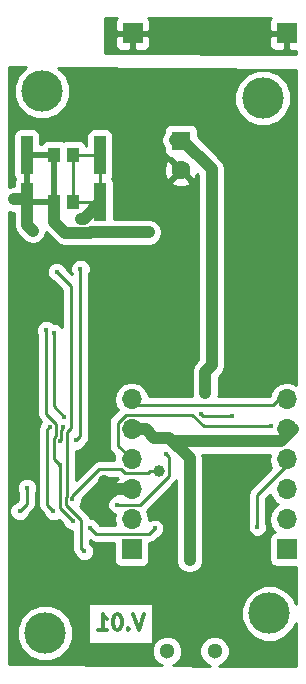
<source format=gbl>
%TF.GenerationSoftware,KiCad,Pcbnew,4.0.7*%
%TF.CreationDate,2017-11-15T19:14:24+08:00*%
%TF.ProjectId,nixie_tube,6E697869655F747562652E6B69636164,rev?*%
%TF.FileFunction,Copper,L2,Bot,Signal*%
%FSLAX46Y46*%
G04 Gerber Fmt 4.6, Leading zero omitted, Abs format (unit mm)*
G04 Created by KiCad (PCBNEW 4.0.7) date 11/15/17 19:14:24*
%MOMM*%
%LPD*%
G01*
G04 APERTURE LIST*
%ADD10C,0.100000*%
%ADD11C,0.300000*%
%ADD12R,1.000000X3.200000*%
%ADD13R,1.000000X1.300000*%
%ADD14C,3.500000*%
%ADD15R,1.600000X1.600000*%
%ADD16C,1.600000*%
%ADD17R,1.700000X1.700000*%
%ADD18O,1.700000X1.700000*%
%ADD19C,1.300000*%
%ADD20C,0.453000*%
%ADD21C,0.600000*%
%ADD22C,0.400000*%
%ADD23C,1.000000*%
%ADD24C,0.250000*%
%ADD25C,1.000000*%
%ADD26C,0.500000*%
%ADD27C,0.254000*%
G04 APERTURE END LIST*
D10*
D11*
X8630952Y-44338095D02*
X8197619Y-45638095D01*
X7764286Y-44338095D01*
X7330952Y-45514286D02*
X7269047Y-45576190D01*
X7330952Y-45638095D01*
X7392857Y-45576190D01*
X7330952Y-45514286D01*
X7330952Y-45638095D01*
X6464285Y-44338095D02*
X6340476Y-44338095D01*
X6216666Y-44400000D01*
X6154761Y-44461905D01*
X6092857Y-44585714D01*
X6030952Y-44833333D01*
X6030952Y-45142857D01*
X6092857Y-45390476D01*
X6154761Y-45514286D01*
X6216666Y-45576190D01*
X6340476Y-45638095D01*
X6464285Y-45638095D01*
X6588095Y-45576190D01*
X6649999Y-45514286D01*
X6711904Y-45390476D01*
X6773809Y-45142857D01*
X6773809Y-44833333D01*
X6711904Y-44585714D01*
X6649999Y-44461905D01*
X6588095Y-44400000D01*
X6464285Y-44338095D01*
X4792857Y-45638095D02*
X5535714Y-45638095D01*
X5164285Y-45638095D02*
X5164285Y-44338095D01*
X5288095Y-44523810D01*
X5411904Y-44647619D01*
X5535714Y-44709524D01*
D12*
X-1280000Y-5450000D03*
X4920000Y-5450000D03*
D13*
X1020000Y-5450000D03*
X2620000Y-5450000D03*
D12*
X-1230000Y-9470000D03*
X4970000Y-9470000D03*
D13*
X1070000Y-9470000D03*
X2670000Y-9470000D03*
D14*
X19280000Y-44270000D03*
X300000Y-45950000D03*
X18700000Y-650000D03*
X0Y-50000D03*
D15*
X11760000Y-4245000D03*
D16*
X11760000Y-6745000D03*
D17*
X7600000Y-38850000D03*
D18*
X7600000Y-36310000D03*
X7600000Y-33770000D03*
X7600000Y-31230000D03*
X7600000Y-28690000D03*
X7600000Y-26150000D03*
D17*
X20750000Y-38850000D03*
D18*
X20750000Y-36310000D03*
X20750000Y-33770000D03*
X20750000Y-31230000D03*
X20750000Y-28690000D03*
X20750000Y-26150000D03*
D19*
X10630000Y-47460000D03*
X14630000Y-47460000D03*
D17*
X7700000Y4850000D03*
X20750000Y4850000D03*
D20*
X661160Y-28453465D03*
X1895441Y-27615377D03*
X995547Y-20525488D03*
X995138Y-35614853D03*
D21*
X5297836Y-33061278D03*
D20*
X2922330Y-29627016D03*
X3280000Y-15100000D03*
X-1880000Y-35610000D03*
X-1250000Y-33650000D03*
D22*
X2600000Y-34600000D03*
X18375000Y4050000D03*
X17125000Y4850000D03*
X17850000Y4850000D03*
X18700000Y4850000D03*
X12425000Y4850000D03*
X11390000Y4850000D03*
X10725000Y4185000D03*
X10220000Y3680000D03*
D23*
X9910000Y-32240000D03*
X13841464Y-23798536D03*
X13850000Y-25600000D03*
D20*
X2645754Y-36425707D03*
X1548490Y-31720000D03*
X390509Y-20279849D03*
X13498490Y-27410000D03*
X16073491Y-27528490D03*
X6410000Y-35060000D03*
D22*
X10485974Y-30800000D03*
D20*
X1548490Y-29711611D03*
X1796095Y-28467853D03*
D22*
X4075010Y-36996613D03*
D20*
X19425000Y-28400000D03*
D22*
X18260000Y-36940000D03*
X9550000Y-37070000D03*
X-2375000Y-9200000D03*
D21*
X9080000Y-12000000D03*
X-770000Y-11860000D03*
D22*
X12530000Y-37900000D03*
D23*
X12530000Y-39750000D03*
D22*
X3592254Y-39015221D03*
X1250000Y-15350000D03*
D20*
X3300000Y-10860000D03*
D24*
X434661Y-28679964D02*
X661160Y-28453465D01*
X434661Y-35054376D02*
X434661Y-28679964D01*
X995138Y-35614853D02*
X434661Y-35054376D01*
X995547Y-26715483D02*
X1895441Y-27615377D01*
X995547Y-20525488D02*
X995547Y-26715483D01*
D25*
X7600000Y-33770000D02*
X6006558Y-33770000D01*
X6006558Y-33770000D02*
X5297836Y-33061278D01*
D24*
X3280000Y-29269346D02*
X2922330Y-29627016D01*
X3280000Y-15100000D02*
X3280000Y-29269346D01*
X-1250000Y-34980000D02*
X-1880000Y-35610000D01*
X-1250000Y-33650000D02*
X-1250000Y-34980000D01*
X2600000Y-34317158D02*
X2600000Y-34600000D01*
X4867158Y-32050000D02*
X2600000Y-34317158D01*
X6680998Y-32050000D02*
X4867158Y-32050000D01*
X7035999Y-32405001D02*
X6680998Y-32050000D01*
X9910000Y-32240000D02*
X9202894Y-32240000D01*
X9202894Y-32240000D02*
X9037893Y-32405001D01*
X9037893Y-32405001D02*
X7035999Y-32405001D01*
X18700000Y4850000D02*
X18700000Y4375000D01*
X18700000Y4375000D02*
X18375000Y4050000D01*
D25*
X11250000Y-4175000D02*
X11905000Y-4175000D01*
X11905000Y-4175000D02*
X14400000Y-6670000D01*
X14400000Y-6670000D02*
X14400000Y-23240000D01*
X14400000Y-23240000D02*
X13841464Y-23798536D01*
X13850000Y-25600000D02*
X13850000Y-23807072D01*
X13850000Y-23807072D02*
X13841464Y-23798536D01*
D24*
X1548490Y-35328443D02*
X2419255Y-36199208D01*
X1548490Y-31720000D02*
X1548490Y-35328443D01*
X2419255Y-36199208D02*
X2645754Y-36425707D01*
X1199978Y-29243899D02*
X996988Y-29446889D01*
X1199978Y-28571102D02*
X1199978Y-29243899D01*
X1244593Y-28526487D02*
X1199978Y-28571102D01*
X1244593Y-28217688D02*
X1244593Y-28526487D01*
X390509Y-20279849D02*
X390509Y-27363604D01*
X996988Y-31168498D02*
X1548490Y-31720000D01*
X996988Y-29446889D02*
X996988Y-31168498D01*
X390509Y-27363604D02*
X1244593Y-28217688D01*
X16073491Y-27528490D02*
X13616980Y-27528490D01*
X13616980Y-27528490D02*
X13498490Y-27410000D01*
X8311002Y-35060000D02*
X6410000Y-35060000D01*
X10735001Y-32636001D02*
X8311002Y-35060000D01*
X10735001Y-31049027D02*
X10735001Y-32636001D01*
X10485974Y-30800000D02*
X10735001Y-31049027D01*
X1796095Y-28467853D02*
X1796095Y-28611396D01*
X1649989Y-29610112D02*
X1548490Y-29711611D01*
X1649989Y-28757502D02*
X1649989Y-29610112D01*
X1796095Y-28611396D02*
X1649989Y-28757502D01*
X4588396Y-37509999D02*
X4075010Y-36996613D01*
X9550000Y-37070000D02*
X9110001Y-37509999D01*
X9110001Y-37509999D02*
X4588396Y-37509999D01*
X7600000Y-31230000D02*
X6424999Y-30054999D01*
X13697268Y-28400000D02*
X19425000Y-28400000D01*
X7110998Y-27440000D02*
X12737268Y-27440000D01*
X6424999Y-30054999D02*
X6424999Y-28125999D01*
X6424999Y-28125999D02*
X7110998Y-27440000D01*
X12737268Y-27440000D02*
X13697268Y-28400000D01*
X18260000Y-34220000D02*
X18260000Y-36940000D01*
X21250000Y-31230000D02*
X18260000Y-34220000D01*
D25*
X-1500000Y-9200000D02*
X-2375000Y-9200000D01*
X-1230000Y-9470000D02*
X-1500000Y-9200000D01*
X-1230000Y-9470000D02*
X-1230000Y-11400000D01*
X-1230000Y-11400000D02*
X-770000Y-11860000D01*
X1070000Y-9470000D02*
X1070000Y-11120000D01*
X1070000Y-11120000D02*
X2010010Y-12060010D01*
X2010010Y-12060010D02*
X4077060Y-12060010D01*
X4077060Y-12060010D02*
X4137070Y-12000000D01*
X4137070Y-12000000D02*
X9080000Y-12000000D01*
D26*
X-1260000Y-9500000D02*
X-1230000Y-9470000D01*
X1020000Y-5450000D02*
X1020000Y-9420000D01*
X1020000Y-9420000D02*
X1070000Y-9470000D01*
X-1280000Y-5450000D02*
X-1280000Y-9420000D01*
X-1280000Y-9420000D02*
X-1230000Y-9470000D01*
X1070000Y-9470000D02*
X-1230000Y-9470000D01*
X1020000Y-5450000D02*
X-1280000Y-5450000D01*
D25*
X12530000Y-39750000D02*
X12530000Y-37900000D01*
X12530000Y-37900000D02*
X12530000Y-31135134D01*
X20236896Y-29703104D02*
X21250000Y-28690000D01*
X11097970Y-29703104D02*
X20236896Y-29703104D01*
X10780000Y-29385134D02*
X11097970Y-29703104D01*
X12530000Y-31135134D02*
X10780000Y-29385134D01*
X9497215Y-29385134D02*
X10780000Y-29385134D01*
X8802081Y-28690000D02*
X9497215Y-29385134D01*
X7600000Y-28690000D02*
X8802081Y-28690000D01*
D24*
X8193427Y-26643427D02*
X19554492Y-26643427D01*
X7700000Y-26150000D02*
X8193427Y-26643427D01*
X20047919Y-26150000D02*
X21250000Y-26150000D01*
X19554492Y-26643427D02*
X20047919Y-26150000D01*
X3392255Y-38815222D02*
X3592254Y-39015221D01*
X3358329Y-38781296D02*
X3392255Y-38815222D01*
X2074998Y-34397998D02*
X2074998Y-35074998D01*
X2100000Y-34372996D02*
X2074998Y-34397998D01*
X2446951Y-28596951D02*
X2100000Y-28943902D01*
X2074998Y-35074998D02*
X3358329Y-36358329D01*
X1250000Y-15350000D02*
X2446951Y-16546951D01*
X2100000Y-28943902D02*
X2100000Y-34372996D01*
X3358329Y-36358329D02*
X3358329Y-38781296D01*
X2446951Y-16546951D02*
X2446951Y-28596951D01*
D25*
X3300000Y-10860000D02*
X3580000Y-10860000D01*
X3580000Y-10860000D02*
X4970000Y-9470000D01*
D24*
X2620000Y-5450000D02*
X2620000Y-9420000D01*
X2620000Y-9420000D02*
X2670000Y-9470000D01*
X4920000Y-5450000D02*
X4920000Y-9420000D01*
X4920000Y-9420000D02*
X4970000Y-9470000D01*
X2620000Y-5450000D02*
X4920000Y-5450000D01*
X2670000Y-9470000D02*
X4970000Y-9470000D01*
D27*
G36*
X-1368406Y1953941D02*
X-2020726Y1302758D01*
X-2384585Y426487D01*
X-2385413Y-522325D01*
X-2023084Y-1399229D01*
X-1352758Y-2070726D01*
X-476487Y-2434585D01*
X472325Y-2435413D01*
X1349229Y-2073084D01*
X2020726Y-1402758D01*
X2137171Y-1122325D01*
X16314587Y-1122325D01*
X16676916Y-1999229D01*
X17347242Y-2670726D01*
X18223513Y-3034585D01*
X19172325Y-3035413D01*
X20049229Y-2673084D01*
X20720726Y-2002758D01*
X21084585Y-1126487D01*
X21085413Y-177675D01*
X20723084Y699229D01*
X20052758Y1370726D01*
X19176487Y1734585D01*
X18227675Y1735413D01*
X17350771Y1373084D01*
X16679274Y702758D01*
X16315415Y-173513D01*
X16314587Y-1122325D01*
X2137171Y-1122325D01*
X2384585Y-526487D01*
X2385413Y422325D01*
X2023084Y1299229D01*
X1396049Y1927359D01*
X21540000Y1733667D01*
X21540000Y-24906745D01*
X21347378Y-24778039D01*
X20779093Y-24665000D01*
X20720907Y-24665000D01*
X20152622Y-24778039D01*
X19670853Y-25099946D01*
X19348946Y-25581715D01*
X19301159Y-25821958D01*
X19239690Y-25883427D01*
X14961271Y-25883427D01*
X14984803Y-25826756D01*
X14985197Y-25375225D01*
X14985000Y-25374748D01*
X14985000Y-24260132D01*
X15202566Y-24042566D01*
X15359918Y-23807072D01*
X15448603Y-23674346D01*
X15535000Y-23240000D01*
X15535000Y-6670000D01*
X15448603Y-6235654D01*
X15202566Y-5867434D01*
X13207440Y-3872308D01*
X13207440Y-3445000D01*
X13163162Y-3209683D01*
X13024090Y-2993559D01*
X12811890Y-2848569D01*
X12560000Y-2797560D01*
X10960000Y-2797560D01*
X10724683Y-2841838D01*
X10508559Y-2980910D01*
X10363569Y-3193110D01*
X10312560Y-3445000D01*
X10312560Y-3574287D01*
X10201397Y-3740654D01*
X10115000Y-4175000D01*
X10201397Y-4609346D01*
X10312560Y-4775713D01*
X10312560Y-5045000D01*
X10356838Y-5280317D01*
X10495910Y-5496441D01*
X10708110Y-5641431D01*
X10946201Y-5689646D01*
X10931861Y-5737255D01*
X11760000Y-6565395D01*
X11774142Y-6551252D01*
X11953748Y-6730858D01*
X11939605Y-6745000D01*
X12767745Y-7573139D01*
X13013864Y-7499005D01*
X13175152Y-7050284D01*
X13265000Y-7140132D01*
X13265000Y-22769868D01*
X13039312Y-22995556D01*
X12879819Y-23154771D01*
X12706661Y-23571780D01*
X12706267Y-24023311D01*
X12715000Y-24044446D01*
X12715000Y-25599010D01*
X12714803Y-25824775D01*
X12739038Y-25883427D01*
X9061068Y-25883427D01*
X9001054Y-25581715D01*
X8679147Y-25099946D01*
X8197378Y-24778039D01*
X7629093Y-24665000D01*
X7570907Y-24665000D01*
X7002622Y-24778039D01*
X6520853Y-25099946D01*
X6198946Y-25581715D01*
X6085907Y-26150000D01*
X6198946Y-26718285D01*
X6422836Y-27053360D01*
X5887598Y-27588598D01*
X5722851Y-27835160D01*
X5664999Y-28125999D01*
X5664999Y-30054999D01*
X5722851Y-30345838D01*
X5887598Y-30592400D01*
X6158790Y-30863592D01*
X6085907Y-31230000D01*
X6097842Y-31290000D01*
X4867158Y-31290000D01*
X4576319Y-31347852D01*
X4329757Y-31512599D01*
X2860000Y-32982356D01*
X2860000Y-30488462D01*
X3092941Y-30488665D01*
X3409693Y-30357786D01*
X3652248Y-30115654D01*
X3754327Y-29869821D01*
X3817401Y-29806747D01*
X3982148Y-29560185D01*
X4040000Y-29269346D01*
X4040000Y-15516193D01*
X4141350Y-15272115D01*
X4141649Y-14929389D01*
X4010770Y-14612637D01*
X3768638Y-14370082D01*
X3452115Y-14238650D01*
X3109389Y-14238351D01*
X2792637Y-14369230D01*
X2550082Y-14611362D01*
X2418650Y-14927885D01*
X2418351Y-15270611D01*
X2520000Y-15516621D01*
X2520000Y-15545198D01*
X2032832Y-15058030D01*
X1958292Y-14877628D01*
X1723607Y-14642534D01*
X1416821Y-14515145D01*
X1084637Y-14514855D01*
X777628Y-14641708D01*
X542534Y-14876393D01*
X415145Y-15183179D01*
X414855Y-15515363D01*
X541708Y-15822372D01*
X776393Y-16057466D01*
X958127Y-16132929D01*
X1686951Y-16861753D01*
X1686951Y-19998690D01*
X1484185Y-19795570D01*
X1167662Y-19664138D01*
X993003Y-19663986D01*
X879147Y-19549931D01*
X562624Y-19418499D01*
X219898Y-19418200D01*
X-96854Y-19549079D01*
X-339409Y-19791211D01*
X-470841Y-20107734D01*
X-471140Y-20450460D01*
X-369491Y-20696470D01*
X-369491Y-27363604D01*
X-311639Y-27654443D01*
X-146892Y-27901005D01*
X-72957Y-27974940D01*
X-200190Y-28281350D01*
X-200196Y-28288417D01*
X-267487Y-28389125D01*
X-325339Y-28679964D01*
X-325339Y-35054376D01*
X-267487Y-35345215D01*
X-102740Y-35591777D01*
X163444Y-35857961D01*
X264368Y-36102216D01*
X506500Y-36344771D01*
X823023Y-36476203D01*
X1165749Y-36476502D01*
X1482501Y-36345623D01*
X1486688Y-36341443D01*
X1814060Y-36668815D01*
X1914984Y-36913070D01*
X2157116Y-37155625D01*
X2473639Y-37287057D01*
X2598329Y-37287166D01*
X2598329Y-38781296D01*
X2656181Y-39072135D01*
X2803235Y-39292217D01*
X2883962Y-39487593D01*
X3118647Y-39722687D01*
X3425433Y-39850076D01*
X3757617Y-39850366D01*
X4064626Y-39723513D01*
X4299720Y-39488828D01*
X4427109Y-39182042D01*
X4427399Y-38849858D01*
X4300546Y-38542849D01*
X4118329Y-38360314D01*
X4118329Y-38092391D01*
X4297556Y-38212147D01*
X4345810Y-38221745D01*
X4588396Y-38269999D01*
X6102560Y-38269999D01*
X6102560Y-39700000D01*
X6146838Y-39935317D01*
X6285910Y-40151441D01*
X6498110Y-40296431D01*
X6750000Y-40347440D01*
X8450000Y-40347440D01*
X8685317Y-40303162D01*
X8901441Y-40164090D01*
X9046431Y-39951890D01*
X9097440Y-39700000D01*
X9097440Y-38269999D01*
X9110001Y-38269999D01*
X9400840Y-38212147D01*
X9647402Y-38047400D01*
X9841970Y-37852832D01*
X10022372Y-37778292D01*
X10257466Y-37543607D01*
X10384855Y-37236821D01*
X10385145Y-36904637D01*
X10258292Y-36597628D01*
X10023607Y-36362534D01*
X9716821Y-36235145D01*
X9384637Y-36234855D01*
X9106152Y-36349922D01*
X9114093Y-36310000D01*
X9001054Y-35741715D01*
X8882107Y-35563697D01*
X11272402Y-33173402D01*
X11395000Y-32989921D01*
X11395000Y-39749010D01*
X11394803Y-39974775D01*
X11567233Y-40392086D01*
X11886235Y-40711645D01*
X12303244Y-40884803D01*
X12754775Y-40885197D01*
X13172086Y-40712767D01*
X13491645Y-40393765D01*
X13664803Y-39976756D01*
X13665197Y-39525225D01*
X13665000Y-39524748D01*
X13665000Y-31135134D01*
X13605917Y-30838104D01*
X19313860Y-30838104D01*
X19235907Y-31230000D01*
X19348946Y-31798285D01*
X19452273Y-31952925D01*
X17722599Y-33682599D01*
X17557852Y-33929161D01*
X17500000Y-34220000D01*
X17500000Y-36592909D01*
X17425145Y-36773179D01*
X17424855Y-37105363D01*
X17551708Y-37412372D01*
X17786393Y-37647466D01*
X18093179Y-37774855D01*
X18425363Y-37775145D01*
X18732372Y-37648292D01*
X18967466Y-37413607D01*
X19094855Y-37106821D01*
X19095145Y-36774637D01*
X19020000Y-36592771D01*
X19020000Y-34534802D01*
X19343490Y-34211312D01*
X19478355Y-34536924D01*
X19868642Y-34965183D01*
X20011553Y-35032298D01*
X19670853Y-35259946D01*
X19348946Y-35741715D01*
X19235907Y-36310000D01*
X19348946Y-36878285D01*
X19670853Y-37360054D01*
X19712452Y-37387850D01*
X19664683Y-37396838D01*
X19448559Y-37535910D01*
X19303569Y-37748110D01*
X19252560Y-38000000D01*
X19252560Y-39700000D01*
X19296838Y-39935317D01*
X19435910Y-40151441D01*
X19648110Y-40296431D01*
X19900000Y-40347440D01*
X21540000Y-40347440D01*
X21540000Y-43494152D01*
X21303084Y-42920771D01*
X20632758Y-42249274D01*
X19756487Y-41885415D01*
X18807675Y-41884587D01*
X17930771Y-42246916D01*
X17259274Y-42917242D01*
X16895415Y-43793513D01*
X16894587Y-44742325D01*
X17256916Y-45619229D01*
X17927242Y-46290726D01*
X18803513Y-46654585D01*
X19752325Y-46655413D01*
X20629229Y-46293084D01*
X21300726Y-45622758D01*
X21540000Y-45046521D01*
X21540000Y-48740000D01*
X21092874Y-48740000D01*
X15009216Y-48693684D01*
X15356943Y-48550005D01*
X15718735Y-48188845D01*
X15914777Y-47716724D01*
X15915223Y-47205519D01*
X15720005Y-46733057D01*
X15358845Y-46371265D01*
X14886724Y-46175223D01*
X14375519Y-46174777D01*
X13903057Y-46369995D01*
X13541265Y-46731155D01*
X13345223Y-47203276D01*
X13344777Y-47714481D01*
X13539995Y-48186943D01*
X13901155Y-48548735D01*
X14236054Y-48687797D01*
X11081584Y-48663782D01*
X11356943Y-48550005D01*
X11718735Y-48188845D01*
X11914777Y-47716724D01*
X11915223Y-47205519D01*
X11720005Y-46733057D01*
X11358845Y-46371265D01*
X10886724Y-46175223D01*
X10375519Y-46174777D01*
X9903057Y-46369995D01*
X9541265Y-46731155D01*
X9345223Y-47203276D01*
X9344777Y-47714481D01*
X9539995Y-48186943D01*
X9901155Y-48548735D01*
X10161346Y-48656776D01*
X-2790000Y-48558174D01*
X-2790000Y-46422325D01*
X-2085413Y-46422325D01*
X-1723084Y-47299229D01*
X-1052758Y-47970726D01*
X-176487Y-48334585D01*
X772325Y-48335413D01*
X1649229Y-47973084D01*
X2320726Y-47302758D01*
X2684585Y-46426487D01*
X2685413Y-45477675D01*
X2323084Y-44600771D01*
X1652758Y-43929274D01*
X776487Y-43565415D01*
X-172325Y-43564587D01*
X-1049229Y-43926916D01*
X-1720726Y-44597242D01*
X-2084585Y-45473513D01*
X-2085413Y-46422325D01*
X-2790000Y-46422325D01*
X-2790000Y-43355000D01*
X3910238Y-43355000D01*
X3910238Y-46875000D01*
X9389762Y-46875000D01*
X9389762Y-43355000D01*
X3910238Y-43355000D01*
X-2790000Y-43355000D01*
X-2790000Y-35780611D01*
X-2741649Y-35780611D01*
X-2610770Y-36097363D01*
X-2368638Y-36339918D01*
X-2052115Y-36471350D01*
X-1709389Y-36471649D01*
X-1392637Y-36340770D01*
X-1150082Y-36098638D01*
X-1048003Y-35852805D01*
X-712599Y-35517401D01*
X-547852Y-35270839D01*
X-490000Y-34980000D01*
X-490000Y-34066193D01*
X-388650Y-33822115D01*
X-388351Y-33479389D01*
X-519230Y-33162637D01*
X-761362Y-32920082D01*
X-1077885Y-32788650D01*
X-1420611Y-32788351D01*
X-1737363Y-32919230D01*
X-1979918Y-33161362D01*
X-2111350Y-33477885D01*
X-2111649Y-33820611D01*
X-2010000Y-34066621D01*
X-2010000Y-34665198D01*
X-2123108Y-34778306D01*
X-2367363Y-34879230D01*
X-2609918Y-35121362D01*
X-2741350Y-35437885D01*
X-2741649Y-35780611D01*
X-2790000Y-35780611D01*
X-2790000Y-10252451D01*
X-2377440Y-10334515D01*
X-2377440Y-11070000D01*
X-2365000Y-11136113D01*
X-2365000Y-11400000D01*
X-2278603Y-11834346D01*
X-2136646Y-12046799D01*
X-2032566Y-12202566D01*
X-1572566Y-12662566D01*
X-1204345Y-12908603D01*
X-770000Y-12995000D01*
X-335655Y-12908603D01*
X32566Y-12662566D01*
X278603Y-12294345D01*
X338432Y-11993564D01*
X1207444Y-12862576D01*
X1575664Y-13108613D01*
X2010010Y-13195010D01*
X4077060Y-13195010D01*
X4378750Y-13135000D01*
X9080000Y-13135000D01*
X9514346Y-13048603D01*
X9882566Y-12802566D01*
X10128603Y-12434346D01*
X10215000Y-12000000D01*
X10128603Y-11565654D01*
X9882566Y-11197434D01*
X9514346Y-10951397D01*
X9080000Y-10865000D01*
X6117440Y-10865000D01*
X6117440Y-7870000D01*
X6095377Y-7752745D01*
X10931861Y-7752745D01*
X11005995Y-7998864D01*
X11543223Y-8191965D01*
X12113454Y-8164778D01*
X12514005Y-7998864D01*
X12588139Y-7752745D01*
X11760000Y-6924605D01*
X10931861Y-7752745D01*
X6095377Y-7752745D01*
X6073162Y-7634683D01*
X5935363Y-7420537D01*
X6016431Y-7301890D01*
X6067440Y-7050000D01*
X6067440Y-6528223D01*
X10313035Y-6528223D01*
X10340222Y-7098454D01*
X10506136Y-7499005D01*
X10752255Y-7573139D01*
X11580395Y-6745000D01*
X10752255Y-5916861D01*
X10506136Y-5990995D01*
X10313035Y-6528223D01*
X6067440Y-6528223D01*
X6067440Y-3850000D01*
X6023162Y-3614683D01*
X5884090Y-3398559D01*
X5671890Y-3253569D01*
X5420000Y-3202560D01*
X4420000Y-3202560D01*
X4184683Y-3246838D01*
X3968559Y-3385910D01*
X3823569Y-3598110D01*
X3772560Y-3850000D01*
X3772560Y-4690000D01*
X3746742Y-4690000D01*
X3723162Y-4564683D01*
X3584090Y-4348559D01*
X3371890Y-4203569D01*
X3120000Y-4152560D01*
X2120000Y-4152560D01*
X1884683Y-4196838D01*
X1821522Y-4237481D01*
X1771890Y-4203569D01*
X1520000Y-4152560D01*
X520000Y-4152560D01*
X284683Y-4196838D01*
X68559Y-4335910D01*
X-76431Y-4548110D01*
X-79851Y-4565000D01*
X-132560Y-4565000D01*
X-132560Y-3850000D01*
X-176838Y-3614683D01*
X-315910Y-3398559D01*
X-528110Y-3253569D01*
X-780000Y-3202560D01*
X-1780000Y-3202560D01*
X-2015317Y-3246838D01*
X-2231441Y-3385910D01*
X-2376431Y-3598110D01*
X-2427440Y-3850000D01*
X-2427440Y-7050000D01*
X-2383162Y-7285317D01*
X-2245363Y-7499463D01*
X-2326431Y-7618110D01*
X-2377440Y-7870000D01*
X-2377440Y-8065485D01*
X-2790000Y-8147549D01*
X-2790000Y1967610D01*
X-1368406Y1953941D01*
X-1368406Y1953941D01*
G37*
X-1368406Y1953941D02*
X-2020726Y1302758D01*
X-2384585Y426487D01*
X-2385413Y-522325D01*
X-2023084Y-1399229D01*
X-1352758Y-2070726D01*
X-476487Y-2434585D01*
X472325Y-2435413D01*
X1349229Y-2073084D01*
X2020726Y-1402758D01*
X2137171Y-1122325D01*
X16314587Y-1122325D01*
X16676916Y-1999229D01*
X17347242Y-2670726D01*
X18223513Y-3034585D01*
X19172325Y-3035413D01*
X20049229Y-2673084D01*
X20720726Y-2002758D01*
X21084585Y-1126487D01*
X21085413Y-177675D01*
X20723084Y699229D01*
X20052758Y1370726D01*
X19176487Y1734585D01*
X18227675Y1735413D01*
X17350771Y1373084D01*
X16679274Y702758D01*
X16315415Y-173513D01*
X16314587Y-1122325D01*
X2137171Y-1122325D01*
X2384585Y-526487D01*
X2385413Y422325D01*
X2023084Y1299229D01*
X1396049Y1927359D01*
X21540000Y1733667D01*
X21540000Y-24906745D01*
X21347378Y-24778039D01*
X20779093Y-24665000D01*
X20720907Y-24665000D01*
X20152622Y-24778039D01*
X19670853Y-25099946D01*
X19348946Y-25581715D01*
X19301159Y-25821958D01*
X19239690Y-25883427D01*
X14961271Y-25883427D01*
X14984803Y-25826756D01*
X14985197Y-25375225D01*
X14985000Y-25374748D01*
X14985000Y-24260132D01*
X15202566Y-24042566D01*
X15359918Y-23807072D01*
X15448603Y-23674346D01*
X15535000Y-23240000D01*
X15535000Y-6670000D01*
X15448603Y-6235654D01*
X15202566Y-5867434D01*
X13207440Y-3872308D01*
X13207440Y-3445000D01*
X13163162Y-3209683D01*
X13024090Y-2993559D01*
X12811890Y-2848569D01*
X12560000Y-2797560D01*
X10960000Y-2797560D01*
X10724683Y-2841838D01*
X10508559Y-2980910D01*
X10363569Y-3193110D01*
X10312560Y-3445000D01*
X10312560Y-3574287D01*
X10201397Y-3740654D01*
X10115000Y-4175000D01*
X10201397Y-4609346D01*
X10312560Y-4775713D01*
X10312560Y-5045000D01*
X10356838Y-5280317D01*
X10495910Y-5496441D01*
X10708110Y-5641431D01*
X10946201Y-5689646D01*
X10931861Y-5737255D01*
X11760000Y-6565395D01*
X11774142Y-6551252D01*
X11953748Y-6730858D01*
X11939605Y-6745000D01*
X12767745Y-7573139D01*
X13013864Y-7499005D01*
X13175152Y-7050284D01*
X13265000Y-7140132D01*
X13265000Y-22769868D01*
X13039312Y-22995556D01*
X12879819Y-23154771D01*
X12706661Y-23571780D01*
X12706267Y-24023311D01*
X12715000Y-24044446D01*
X12715000Y-25599010D01*
X12714803Y-25824775D01*
X12739038Y-25883427D01*
X9061068Y-25883427D01*
X9001054Y-25581715D01*
X8679147Y-25099946D01*
X8197378Y-24778039D01*
X7629093Y-24665000D01*
X7570907Y-24665000D01*
X7002622Y-24778039D01*
X6520853Y-25099946D01*
X6198946Y-25581715D01*
X6085907Y-26150000D01*
X6198946Y-26718285D01*
X6422836Y-27053360D01*
X5887598Y-27588598D01*
X5722851Y-27835160D01*
X5664999Y-28125999D01*
X5664999Y-30054999D01*
X5722851Y-30345838D01*
X5887598Y-30592400D01*
X6158790Y-30863592D01*
X6085907Y-31230000D01*
X6097842Y-31290000D01*
X4867158Y-31290000D01*
X4576319Y-31347852D01*
X4329757Y-31512599D01*
X2860000Y-32982356D01*
X2860000Y-30488462D01*
X3092941Y-30488665D01*
X3409693Y-30357786D01*
X3652248Y-30115654D01*
X3754327Y-29869821D01*
X3817401Y-29806747D01*
X3982148Y-29560185D01*
X4040000Y-29269346D01*
X4040000Y-15516193D01*
X4141350Y-15272115D01*
X4141649Y-14929389D01*
X4010770Y-14612637D01*
X3768638Y-14370082D01*
X3452115Y-14238650D01*
X3109389Y-14238351D01*
X2792637Y-14369230D01*
X2550082Y-14611362D01*
X2418650Y-14927885D01*
X2418351Y-15270611D01*
X2520000Y-15516621D01*
X2520000Y-15545198D01*
X2032832Y-15058030D01*
X1958292Y-14877628D01*
X1723607Y-14642534D01*
X1416821Y-14515145D01*
X1084637Y-14514855D01*
X777628Y-14641708D01*
X542534Y-14876393D01*
X415145Y-15183179D01*
X414855Y-15515363D01*
X541708Y-15822372D01*
X776393Y-16057466D01*
X958127Y-16132929D01*
X1686951Y-16861753D01*
X1686951Y-19998690D01*
X1484185Y-19795570D01*
X1167662Y-19664138D01*
X993003Y-19663986D01*
X879147Y-19549931D01*
X562624Y-19418499D01*
X219898Y-19418200D01*
X-96854Y-19549079D01*
X-339409Y-19791211D01*
X-470841Y-20107734D01*
X-471140Y-20450460D01*
X-369491Y-20696470D01*
X-369491Y-27363604D01*
X-311639Y-27654443D01*
X-146892Y-27901005D01*
X-72957Y-27974940D01*
X-200190Y-28281350D01*
X-200196Y-28288417D01*
X-267487Y-28389125D01*
X-325339Y-28679964D01*
X-325339Y-35054376D01*
X-267487Y-35345215D01*
X-102740Y-35591777D01*
X163444Y-35857961D01*
X264368Y-36102216D01*
X506500Y-36344771D01*
X823023Y-36476203D01*
X1165749Y-36476502D01*
X1482501Y-36345623D01*
X1486688Y-36341443D01*
X1814060Y-36668815D01*
X1914984Y-36913070D01*
X2157116Y-37155625D01*
X2473639Y-37287057D01*
X2598329Y-37287166D01*
X2598329Y-38781296D01*
X2656181Y-39072135D01*
X2803235Y-39292217D01*
X2883962Y-39487593D01*
X3118647Y-39722687D01*
X3425433Y-39850076D01*
X3757617Y-39850366D01*
X4064626Y-39723513D01*
X4299720Y-39488828D01*
X4427109Y-39182042D01*
X4427399Y-38849858D01*
X4300546Y-38542849D01*
X4118329Y-38360314D01*
X4118329Y-38092391D01*
X4297556Y-38212147D01*
X4345810Y-38221745D01*
X4588396Y-38269999D01*
X6102560Y-38269999D01*
X6102560Y-39700000D01*
X6146838Y-39935317D01*
X6285910Y-40151441D01*
X6498110Y-40296431D01*
X6750000Y-40347440D01*
X8450000Y-40347440D01*
X8685317Y-40303162D01*
X8901441Y-40164090D01*
X9046431Y-39951890D01*
X9097440Y-39700000D01*
X9097440Y-38269999D01*
X9110001Y-38269999D01*
X9400840Y-38212147D01*
X9647402Y-38047400D01*
X9841970Y-37852832D01*
X10022372Y-37778292D01*
X10257466Y-37543607D01*
X10384855Y-37236821D01*
X10385145Y-36904637D01*
X10258292Y-36597628D01*
X10023607Y-36362534D01*
X9716821Y-36235145D01*
X9384637Y-36234855D01*
X9106152Y-36349922D01*
X9114093Y-36310000D01*
X9001054Y-35741715D01*
X8882107Y-35563697D01*
X11272402Y-33173402D01*
X11395000Y-32989921D01*
X11395000Y-39749010D01*
X11394803Y-39974775D01*
X11567233Y-40392086D01*
X11886235Y-40711645D01*
X12303244Y-40884803D01*
X12754775Y-40885197D01*
X13172086Y-40712767D01*
X13491645Y-40393765D01*
X13664803Y-39976756D01*
X13665197Y-39525225D01*
X13665000Y-39524748D01*
X13665000Y-31135134D01*
X13605917Y-30838104D01*
X19313860Y-30838104D01*
X19235907Y-31230000D01*
X19348946Y-31798285D01*
X19452273Y-31952925D01*
X17722599Y-33682599D01*
X17557852Y-33929161D01*
X17500000Y-34220000D01*
X17500000Y-36592909D01*
X17425145Y-36773179D01*
X17424855Y-37105363D01*
X17551708Y-37412372D01*
X17786393Y-37647466D01*
X18093179Y-37774855D01*
X18425363Y-37775145D01*
X18732372Y-37648292D01*
X18967466Y-37413607D01*
X19094855Y-37106821D01*
X19095145Y-36774637D01*
X19020000Y-36592771D01*
X19020000Y-34534802D01*
X19343490Y-34211312D01*
X19478355Y-34536924D01*
X19868642Y-34965183D01*
X20011553Y-35032298D01*
X19670853Y-35259946D01*
X19348946Y-35741715D01*
X19235907Y-36310000D01*
X19348946Y-36878285D01*
X19670853Y-37360054D01*
X19712452Y-37387850D01*
X19664683Y-37396838D01*
X19448559Y-37535910D01*
X19303569Y-37748110D01*
X19252560Y-38000000D01*
X19252560Y-39700000D01*
X19296838Y-39935317D01*
X19435910Y-40151441D01*
X19648110Y-40296431D01*
X19900000Y-40347440D01*
X21540000Y-40347440D01*
X21540000Y-43494152D01*
X21303084Y-42920771D01*
X20632758Y-42249274D01*
X19756487Y-41885415D01*
X18807675Y-41884587D01*
X17930771Y-42246916D01*
X17259274Y-42917242D01*
X16895415Y-43793513D01*
X16894587Y-44742325D01*
X17256916Y-45619229D01*
X17927242Y-46290726D01*
X18803513Y-46654585D01*
X19752325Y-46655413D01*
X20629229Y-46293084D01*
X21300726Y-45622758D01*
X21540000Y-45046521D01*
X21540000Y-48740000D01*
X21092874Y-48740000D01*
X15009216Y-48693684D01*
X15356943Y-48550005D01*
X15718735Y-48188845D01*
X15914777Y-47716724D01*
X15915223Y-47205519D01*
X15720005Y-46733057D01*
X15358845Y-46371265D01*
X14886724Y-46175223D01*
X14375519Y-46174777D01*
X13903057Y-46369995D01*
X13541265Y-46731155D01*
X13345223Y-47203276D01*
X13344777Y-47714481D01*
X13539995Y-48186943D01*
X13901155Y-48548735D01*
X14236054Y-48687797D01*
X11081584Y-48663782D01*
X11356943Y-48550005D01*
X11718735Y-48188845D01*
X11914777Y-47716724D01*
X11915223Y-47205519D01*
X11720005Y-46733057D01*
X11358845Y-46371265D01*
X10886724Y-46175223D01*
X10375519Y-46174777D01*
X9903057Y-46369995D01*
X9541265Y-46731155D01*
X9345223Y-47203276D01*
X9344777Y-47714481D01*
X9539995Y-48186943D01*
X9901155Y-48548735D01*
X10161346Y-48656776D01*
X-2790000Y-48558174D01*
X-2790000Y-46422325D01*
X-2085413Y-46422325D01*
X-1723084Y-47299229D01*
X-1052758Y-47970726D01*
X-176487Y-48334585D01*
X772325Y-48335413D01*
X1649229Y-47973084D01*
X2320726Y-47302758D01*
X2684585Y-46426487D01*
X2685413Y-45477675D01*
X2323084Y-44600771D01*
X1652758Y-43929274D01*
X776487Y-43565415D01*
X-172325Y-43564587D01*
X-1049229Y-43926916D01*
X-1720726Y-44597242D01*
X-2084585Y-45473513D01*
X-2085413Y-46422325D01*
X-2790000Y-46422325D01*
X-2790000Y-43355000D01*
X3910238Y-43355000D01*
X3910238Y-46875000D01*
X9389762Y-46875000D01*
X9389762Y-43355000D01*
X3910238Y-43355000D01*
X-2790000Y-43355000D01*
X-2790000Y-35780611D01*
X-2741649Y-35780611D01*
X-2610770Y-36097363D01*
X-2368638Y-36339918D01*
X-2052115Y-36471350D01*
X-1709389Y-36471649D01*
X-1392637Y-36340770D01*
X-1150082Y-36098638D01*
X-1048003Y-35852805D01*
X-712599Y-35517401D01*
X-547852Y-35270839D01*
X-490000Y-34980000D01*
X-490000Y-34066193D01*
X-388650Y-33822115D01*
X-388351Y-33479389D01*
X-519230Y-33162637D01*
X-761362Y-32920082D01*
X-1077885Y-32788650D01*
X-1420611Y-32788351D01*
X-1737363Y-32919230D01*
X-1979918Y-33161362D01*
X-2111350Y-33477885D01*
X-2111649Y-33820611D01*
X-2010000Y-34066621D01*
X-2010000Y-34665198D01*
X-2123108Y-34778306D01*
X-2367363Y-34879230D01*
X-2609918Y-35121362D01*
X-2741350Y-35437885D01*
X-2741649Y-35780611D01*
X-2790000Y-35780611D01*
X-2790000Y-10252451D01*
X-2377440Y-10334515D01*
X-2377440Y-11070000D01*
X-2365000Y-11136113D01*
X-2365000Y-11400000D01*
X-2278603Y-11834346D01*
X-2136646Y-12046799D01*
X-2032566Y-12202566D01*
X-1572566Y-12662566D01*
X-1204345Y-12908603D01*
X-770000Y-12995000D01*
X-335655Y-12908603D01*
X32566Y-12662566D01*
X278603Y-12294345D01*
X338432Y-11993564D01*
X1207444Y-12862576D01*
X1575664Y-13108613D01*
X2010010Y-13195010D01*
X4077060Y-13195010D01*
X4378750Y-13135000D01*
X9080000Y-13135000D01*
X9514346Y-13048603D01*
X9882566Y-12802566D01*
X10128603Y-12434346D01*
X10215000Y-12000000D01*
X10128603Y-11565654D01*
X9882566Y-11197434D01*
X9514346Y-10951397D01*
X9080000Y-10865000D01*
X6117440Y-10865000D01*
X6117440Y-7870000D01*
X6095377Y-7752745D01*
X10931861Y-7752745D01*
X11005995Y-7998864D01*
X11543223Y-8191965D01*
X12113454Y-8164778D01*
X12514005Y-7998864D01*
X12588139Y-7752745D01*
X11760000Y-6924605D01*
X10931861Y-7752745D01*
X6095377Y-7752745D01*
X6073162Y-7634683D01*
X5935363Y-7420537D01*
X6016431Y-7301890D01*
X6067440Y-7050000D01*
X6067440Y-6528223D01*
X10313035Y-6528223D01*
X10340222Y-7098454D01*
X10506136Y-7499005D01*
X10752255Y-7573139D01*
X11580395Y-6745000D01*
X10752255Y-5916861D01*
X10506136Y-5990995D01*
X10313035Y-6528223D01*
X6067440Y-6528223D01*
X6067440Y-3850000D01*
X6023162Y-3614683D01*
X5884090Y-3398559D01*
X5671890Y-3253569D01*
X5420000Y-3202560D01*
X4420000Y-3202560D01*
X4184683Y-3246838D01*
X3968559Y-3385910D01*
X3823569Y-3598110D01*
X3772560Y-3850000D01*
X3772560Y-4690000D01*
X3746742Y-4690000D01*
X3723162Y-4564683D01*
X3584090Y-4348559D01*
X3371890Y-4203569D01*
X3120000Y-4152560D01*
X2120000Y-4152560D01*
X1884683Y-4196838D01*
X1821522Y-4237481D01*
X1771890Y-4203569D01*
X1520000Y-4152560D01*
X520000Y-4152560D01*
X284683Y-4196838D01*
X68559Y-4335910D01*
X-76431Y-4548110D01*
X-79851Y-4565000D01*
X-132560Y-4565000D01*
X-132560Y-3850000D01*
X-176838Y-3614683D01*
X-315910Y-3398559D01*
X-528110Y-3253569D01*
X-780000Y-3202560D01*
X-1780000Y-3202560D01*
X-2015317Y-3246838D01*
X-2231441Y-3385910D01*
X-2376431Y-3598110D01*
X-2427440Y-3850000D01*
X-2427440Y-7050000D01*
X-2383162Y-7285317D01*
X-2245363Y-7499463D01*
X-2326431Y-7618110D01*
X-2377440Y-7870000D01*
X-2377440Y-8065485D01*
X-2790000Y-8147549D01*
X-2790000Y1967610D01*
X-1368406Y1953941D01*
G36*
X6438457Y-32882261D02*
X6328355Y-33003076D01*
X6158524Y-33413110D01*
X6279845Y-33643000D01*
X7473000Y-33643000D01*
X7473000Y-33623000D01*
X7727000Y-33623000D01*
X7727000Y-33643000D01*
X7747000Y-33643000D01*
X7747000Y-33897000D01*
X7727000Y-33897000D01*
X7727000Y-33917000D01*
X7473000Y-33917000D01*
X7473000Y-33897000D01*
X6279845Y-33897000D01*
X6158524Y-34126890D01*
X6195614Y-34216438D01*
X5922637Y-34329230D01*
X5680082Y-34571362D01*
X5548650Y-34887885D01*
X5548351Y-35230611D01*
X5679230Y-35547363D01*
X5921362Y-35789918D01*
X6168911Y-35892710D01*
X6085907Y-36310000D01*
X6173428Y-36749999D01*
X4903198Y-36749999D01*
X4857842Y-36704643D01*
X4783302Y-36524241D01*
X4548617Y-36289147D01*
X4241831Y-36161758D01*
X4079200Y-36161616D01*
X4060477Y-36067490D01*
X3895730Y-35820928D01*
X3227868Y-35153066D01*
X3307466Y-35073607D01*
X3434855Y-34766821D01*
X3435038Y-34556922D01*
X5181960Y-32810000D01*
X6366196Y-32810000D01*
X6438457Y-32882261D01*
X6438457Y-32882261D01*
G37*
X6438457Y-32882261D02*
X6328355Y-33003076D01*
X6158524Y-33413110D01*
X6279845Y-33643000D01*
X7473000Y-33643000D01*
X7473000Y-33623000D01*
X7727000Y-33623000D01*
X7727000Y-33643000D01*
X7747000Y-33643000D01*
X7747000Y-33897000D01*
X7727000Y-33897000D01*
X7727000Y-33917000D01*
X7473000Y-33917000D01*
X7473000Y-33897000D01*
X6279845Y-33897000D01*
X6158524Y-34126890D01*
X6195614Y-34216438D01*
X5922637Y-34329230D01*
X5680082Y-34571362D01*
X5548650Y-34887885D01*
X5548351Y-35230611D01*
X5679230Y-35547363D01*
X5921362Y-35789918D01*
X6168911Y-35892710D01*
X6085907Y-36310000D01*
X6173428Y-36749999D01*
X4903198Y-36749999D01*
X4857842Y-36704643D01*
X4783302Y-36524241D01*
X4548617Y-36289147D01*
X4241831Y-36161758D01*
X4079200Y-36161616D01*
X4060477Y-36067490D01*
X3895730Y-35820928D01*
X3227868Y-35153066D01*
X3307466Y-35073607D01*
X3434855Y-34766821D01*
X3435038Y-34556922D01*
X5181960Y-32810000D01*
X6366196Y-32810000D01*
X6438457Y-32882261D01*
G36*
X20877000Y-33643000D02*
X20897000Y-33643000D01*
X20897000Y-33897000D01*
X20877000Y-33897000D01*
X20877000Y-33917000D01*
X20623000Y-33917000D01*
X20623000Y-33897000D01*
X20603000Y-33897000D01*
X20603000Y-33643000D01*
X20623000Y-33643000D01*
X20623000Y-33623000D01*
X20877000Y-33623000D01*
X20877000Y-33643000D01*
X20877000Y-33643000D01*
G37*
X20877000Y-33643000D02*
X20897000Y-33643000D01*
X20897000Y-33897000D01*
X20877000Y-33897000D01*
X20877000Y-33917000D01*
X20623000Y-33917000D01*
X20623000Y-33897000D01*
X20603000Y-33897000D01*
X20603000Y-33643000D01*
X20623000Y-33643000D01*
X20623000Y-33623000D01*
X20877000Y-33623000D01*
X20877000Y-33643000D01*
G36*
X6311673Y6059699D02*
X6215000Y5826310D01*
X6215000Y5135750D01*
X6373750Y4977000D01*
X7573000Y4977000D01*
X7573000Y4997000D01*
X7827000Y4997000D01*
X7827000Y4977000D01*
X9026250Y4977000D01*
X9185000Y5135750D01*
X9185000Y5826310D01*
X9088327Y6059699D01*
X9008026Y6140000D01*
X19441974Y6140000D01*
X19361673Y6059699D01*
X19265000Y5826310D01*
X19265000Y5135750D01*
X19423750Y4977000D01*
X20623000Y4977000D01*
X20623000Y4997000D01*
X20877000Y4997000D01*
X20877000Y4977000D01*
X20897000Y4977000D01*
X20897000Y4723000D01*
X20877000Y4723000D01*
X20877000Y3523750D01*
X21035750Y3365000D01*
X21540000Y3365000D01*
X21540000Y3085965D01*
X5352000Y3201100D01*
X5352000Y4564250D01*
X6215000Y4564250D01*
X6215000Y3873690D01*
X6311673Y3640301D01*
X6490302Y3461673D01*
X6723691Y3365000D01*
X7414250Y3365000D01*
X7573000Y3523750D01*
X7573000Y4723000D01*
X7827000Y4723000D01*
X7827000Y3523750D01*
X7985750Y3365000D01*
X8676309Y3365000D01*
X8909698Y3461673D01*
X9088327Y3640301D01*
X9185000Y3873690D01*
X9185000Y4564250D01*
X19265000Y4564250D01*
X19265000Y3873690D01*
X19361673Y3640301D01*
X19540302Y3461673D01*
X19773691Y3365000D01*
X20464250Y3365000D01*
X20623000Y3523750D01*
X20623000Y4723000D01*
X19423750Y4723000D01*
X19265000Y4564250D01*
X9185000Y4564250D01*
X9026250Y4723000D01*
X7827000Y4723000D01*
X7573000Y4723000D01*
X6373750Y4723000D01*
X6215000Y4564250D01*
X5352000Y4564250D01*
X5352000Y6140000D01*
X6391974Y6140000D01*
X6311673Y6059699D01*
X6311673Y6059699D01*
G37*
X6311673Y6059699D02*
X6215000Y5826310D01*
X6215000Y5135750D01*
X6373750Y4977000D01*
X7573000Y4977000D01*
X7573000Y4997000D01*
X7827000Y4997000D01*
X7827000Y4977000D01*
X9026250Y4977000D01*
X9185000Y5135750D01*
X9185000Y5826310D01*
X9088327Y6059699D01*
X9008026Y6140000D01*
X19441974Y6140000D01*
X19361673Y6059699D01*
X19265000Y5826310D01*
X19265000Y5135750D01*
X19423750Y4977000D01*
X20623000Y4977000D01*
X20623000Y4997000D01*
X20877000Y4997000D01*
X20877000Y4977000D01*
X20897000Y4977000D01*
X20897000Y4723000D01*
X20877000Y4723000D01*
X20877000Y3523750D01*
X21035750Y3365000D01*
X21540000Y3365000D01*
X21540000Y3085965D01*
X5352000Y3201100D01*
X5352000Y4564250D01*
X6215000Y4564250D01*
X6215000Y3873690D01*
X6311673Y3640301D01*
X6490302Y3461673D01*
X6723691Y3365000D01*
X7414250Y3365000D01*
X7573000Y3523750D01*
X7573000Y4723000D01*
X7827000Y4723000D01*
X7827000Y3523750D01*
X7985750Y3365000D01*
X8676309Y3365000D01*
X8909698Y3461673D01*
X9088327Y3640301D01*
X9185000Y3873690D01*
X9185000Y4564250D01*
X19265000Y4564250D01*
X19265000Y3873690D01*
X19361673Y3640301D01*
X19540302Y3461673D01*
X19773691Y3365000D01*
X20464250Y3365000D01*
X20623000Y3523750D01*
X20623000Y4723000D01*
X19423750Y4723000D01*
X19265000Y4564250D01*
X9185000Y4564250D01*
X9026250Y4723000D01*
X7827000Y4723000D01*
X7573000Y4723000D01*
X6373750Y4723000D01*
X6215000Y4564250D01*
X5352000Y4564250D01*
X5352000Y6140000D01*
X6391974Y6140000D01*
X6311673Y6059699D01*
M02*

</source>
